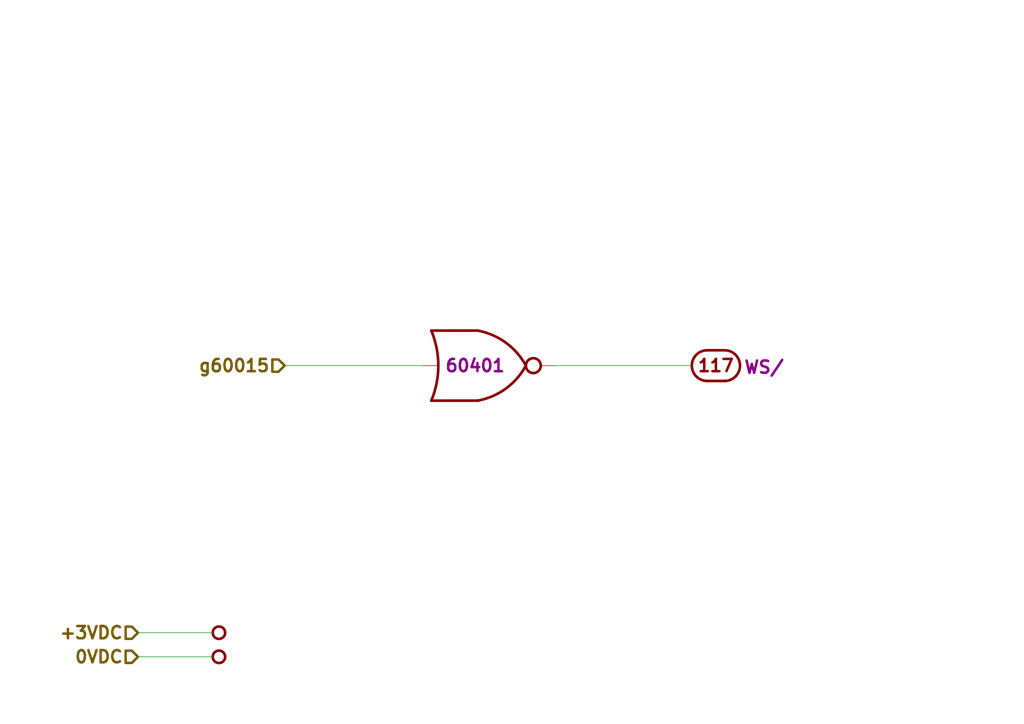
<source format=kicad_sch>
(kicad_sch (version 20211123) (generator eeschema)
  (paper "A4")
  (title_block (title "BLOCK I LOGIC FLOW S, MODULE A21, DRAWING 1006556") (date "2018-11-25") (rev "Draft") (comment 1 "Modules A21"))
  (wire (pts (xy 82.55 106.045) (xy 122.555 106.045)))
  (wire (pts (xy 40.005 190.5) (xy 61.595 190.5)))
  (wire (pts (xy 160.655 106.045) (xy 200.66 106.045)))
  (wire (pts (xy 40.005 183.515) (xy 61.595 183.515)))
  (hierarchical_label "+3VDC" (shape input) (at 40.005 183.515 180) (effects (font (size 3.556 3.556) (thickness 0.7112) bold)))
  (hierarchical_label "0VDC" (shape input) (at 40.005 190.5 180) (effects (font (size 3.556 3.556) (thickness 0.7112) bold)))
  (hierarchical_label "g60015" (shape input) (at 82.55 106.045 180) (effects (font (size 3.556 3.556) (thickness 0.7112) bold)))
  (symbol (lib_id "D3NOR-+3VDC-0VDC-nd1021041:D3NOR-+3VDC-0VDC-nd1021041-_3_-___") (at 137.795 106.045 0) (mirror x) (unit 1)
    (property "Reference" "U401" (effects hide))
    (property "Value" "D3NOR-+3VDC-0VDC-nd1021041-_3_-___" (effects hide))
    (property "Location" "60401" (at 137.795 106.045 0) (effects (font (size 3.556 3.556) bold)))
  )
  (symbol (lib_id "AGC_DSKY:ConnectorGeneric") (at 207.645 106.045 180) (unit 117)
    (property "Reference" "J1" (effects hide))
    (property "Value" "ConnectorGeneric" (effects hide))
    (property "Caption" "WS/" (at 221.615 104.14 0) (effects (font (size 3.556 3.556) bold) (justify bottom)))
  )
  (symbol (lib_id "AGC_DSKY:Node2") (at 63.5 183.515 180)
    (property "Reference" "N401" (effects hide))
    (property "Value" "Node2" (effects hide))
    (property "Caption" "+3VDC" (effects hide))
  )
  (symbol (lib_id "AGC_DSKY:Node2") (at 63.5 190.5 180)
    (property "Reference" "N402" (effects hide))
    (property "Value" "Node2" (effects hide))
    (property "Caption" "0VDC" (effects hide))
  )
)
</source>
